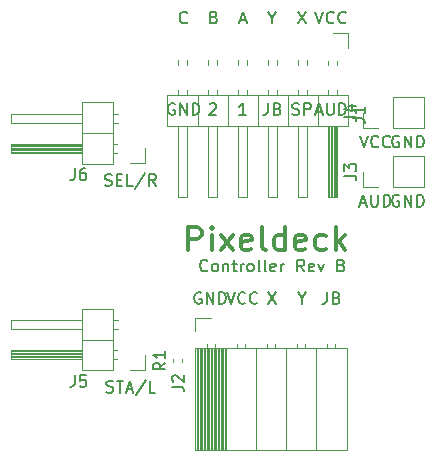
<source format=gbr>
%TF.GenerationSoftware,KiCad,Pcbnew,6.0.11+dfsg-1*%
%TF.CreationDate,2023-02-19T01:13:17+01:00*%
%TF.ProjectId,Controller,436f6e74-726f-46c6-9c65-722e6b696361,rev?*%
%TF.SameCoordinates,Original*%
%TF.FileFunction,Legend,Top*%
%TF.FilePolarity,Positive*%
%FSLAX46Y46*%
G04 Gerber Fmt 4.6, Leading zero omitted, Abs format (unit mm)*
G04 Created by KiCad (PCBNEW 6.0.11+dfsg-1) date 2023-02-19 01:13:17*
%MOMM*%
%LPD*%
G01*
G04 APERTURE LIST*
%ADD10C,0.300000*%
%ADD11C,0.150000*%
%ADD12C,0.200000*%
%ADD13C,0.120000*%
G04 APERTURE END LIST*
D10*
X107880952Y-78654761D02*
X107880952Y-76654761D01*
X108642857Y-76654761D01*
X108833333Y-76750000D01*
X108928571Y-76845238D01*
X109023809Y-77035714D01*
X109023809Y-77321428D01*
X108928571Y-77511904D01*
X108833333Y-77607142D01*
X108642857Y-77702380D01*
X107880952Y-77702380D01*
X109880952Y-78654761D02*
X109880952Y-77321428D01*
X109880952Y-76654761D02*
X109785714Y-76750000D01*
X109880952Y-76845238D01*
X109976190Y-76750000D01*
X109880952Y-76654761D01*
X109880952Y-76845238D01*
X110642857Y-78654761D02*
X111690476Y-77321428D01*
X110642857Y-77321428D02*
X111690476Y-78654761D01*
X113214285Y-78559523D02*
X113023809Y-78654761D01*
X112642857Y-78654761D01*
X112452380Y-78559523D01*
X112357142Y-78369047D01*
X112357142Y-77607142D01*
X112452380Y-77416666D01*
X112642857Y-77321428D01*
X113023809Y-77321428D01*
X113214285Y-77416666D01*
X113309523Y-77607142D01*
X113309523Y-77797619D01*
X112357142Y-77988095D01*
X114452380Y-78654761D02*
X114261904Y-78559523D01*
X114166666Y-78369047D01*
X114166666Y-76654761D01*
X116071428Y-78654761D02*
X116071428Y-76654761D01*
X116071428Y-78559523D02*
X115880952Y-78654761D01*
X115500000Y-78654761D01*
X115309523Y-78559523D01*
X115214285Y-78464285D01*
X115119047Y-78273809D01*
X115119047Y-77702380D01*
X115214285Y-77511904D01*
X115309523Y-77416666D01*
X115500000Y-77321428D01*
X115880952Y-77321428D01*
X116071428Y-77416666D01*
X117785714Y-78559523D02*
X117595238Y-78654761D01*
X117214285Y-78654761D01*
X117023809Y-78559523D01*
X116928571Y-78369047D01*
X116928571Y-77607142D01*
X117023809Y-77416666D01*
X117214285Y-77321428D01*
X117595238Y-77321428D01*
X117785714Y-77416666D01*
X117880952Y-77607142D01*
X117880952Y-77797619D01*
X116928571Y-77988095D01*
X119595238Y-78559523D02*
X119404761Y-78654761D01*
X119023809Y-78654761D01*
X118833333Y-78559523D01*
X118738095Y-78464285D01*
X118642857Y-78273809D01*
X118642857Y-77702380D01*
X118738095Y-77511904D01*
X118833333Y-77416666D01*
X119023809Y-77321428D01*
X119404761Y-77321428D01*
X119595238Y-77416666D01*
X120452380Y-78654761D02*
X120452380Y-76654761D01*
X120642857Y-77892857D02*
X121214285Y-78654761D01*
X121214285Y-77321428D02*
X120452380Y-78083333D01*
D11*
X110071428Y-58928571D02*
X110214285Y-58976190D01*
X110261904Y-59023809D01*
X110309523Y-59119047D01*
X110309523Y-59261904D01*
X110261904Y-59357142D01*
X110214285Y-59404761D01*
X110119047Y-59452380D01*
X109738095Y-59452380D01*
X109738095Y-58452380D01*
X110071428Y-58452380D01*
X110166666Y-58500000D01*
X110214285Y-58547619D01*
X110261904Y-58642857D01*
X110261904Y-58738095D01*
X110214285Y-58833333D01*
X110166666Y-58880952D01*
X110071428Y-58928571D01*
X109738095Y-58928571D01*
X117500000Y-82726190D02*
X117500000Y-83202380D01*
X117166666Y-82202380D02*
X117500000Y-82726190D01*
X117833333Y-82202380D01*
X107809523Y-59357142D02*
X107761904Y-59404761D01*
X107619047Y-59452380D01*
X107523809Y-59452380D01*
X107380952Y-59404761D01*
X107285714Y-59309523D01*
X107238095Y-59214285D01*
X107190476Y-59023809D01*
X107190476Y-58880952D01*
X107238095Y-58690476D01*
X107285714Y-58595238D01*
X107380952Y-58500000D01*
X107523809Y-58452380D01*
X107619047Y-58452380D01*
X107761904Y-58500000D01*
X107809523Y-58547619D01*
X119642857Y-82202380D02*
X119642857Y-82916666D01*
X119595238Y-83059523D01*
X119500000Y-83154761D01*
X119357142Y-83202380D01*
X119261904Y-83202380D01*
X120452380Y-82678571D02*
X120595238Y-82726190D01*
X120642857Y-82773809D01*
X120690476Y-82869047D01*
X120690476Y-83011904D01*
X120642857Y-83107142D01*
X120595238Y-83154761D01*
X120500000Y-83202380D01*
X120119047Y-83202380D01*
X120119047Y-82202380D01*
X120452380Y-82202380D01*
X120547619Y-82250000D01*
X120595238Y-82297619D01*
X120642857Y-82392857D01*
X120642857Y-82488095D01*
X120595238Y-82583333D01*
X120547619Y-82630952D01*
X120452380Y-82678571D01*
X120119047Y-82678571D01*
X106738095Y-66250000D02*
X106642857Y-66202380D01*
X106500000Y-66202380D01*
X106357142Y-66250000D01*
X106261904Y-66345238D01*
X106214285Y-66440476D01*
X106166666Y-66630952D01*
X106166666Y-66773809D01*
X106214285Y-66964285D01*
X106261904Y-67059523D01*
X106357142Y-67154761D01*
X106500000Y-67202380D01*
X106595238Y-67202380D01*
X106738095Y-67154761D01*
X106785714Y-67107142D01*
X106785714Y-66773809D01*
X106595238Y-66773809D01*
X107214285Y-67202380D02*
X107214285Y-66202380D01*
X107785714Y-67202380D01*
X107785714Y-66202380D01*
X108261904Y-67202380D02*
X108261904Y-66202380D01*
X108500000Y-66202380D01*
X108642857Y-66250000D01*
X108738095Y-66345238D01*
X108785714Y-66440476D01*
X108833333Y-66630952D01*
X108833333Y-66773809D01*
X108785714Y-66964285D01*
X108738095Y-67059523D01*
X108642857Y-67154761D01*
X108500000Y-67202380D01*
X108261904Y-67202380D01*
X118738095Y-66916666D02*
X119214285Y-66916666D01*
X118642857Y-67202380D02*
X118976190Y-66202380D01*
X119309523Y-67202380D01*
X119642857Y-66202380D02*
X119642857Y-67011904D01*
X119690476Y-67107142D01*
X119738095Y-67154761D01*
X119833333Y-67202380D01*
X120023809Y-67202380D01*
X120119047Y-67154761D01*
X120166666Y-67107142D01*
X120214285Y-67011904D01*
X120214285Y-66202380D01*
X120690476Y-67202380D02*
X120690476Y-66202380D01*
X120928571Y-66202380D01*
X121071428Y-66250000D01*
X121166666Y-66345238D01*
X121214285Y-66440476D01*
X121261904Y-66630952D01*
X121261904Y-66773809D01*
X121214285Y-66964285D01*
X121166666Y-67059523D01*
X121071428Y-67154761D01*
X120928571Y-67202380D01*
X120690476Y-67202380D01*
X114666666Y-82202380D02*
X115333333Y-83202380D01*
X115333333Y-82202380D02*
X114666666Y-83202380D01*
X100833333Y-73154761D02*
X100976190Y-73202380D01*
X101214285Y-73202380D01*
X101309523Y-73154761D01*
X101357142Y-73107142D01*
X101404761Y-73011904D01*
X101404761Y-72916666D01*
X101357142Y-72821428D01*
X101309523Y-72773809D01*
X101214285Y-72726190D01*
X101023809Y-72678571D01*
X100928571Y-72630952D01*
X100880952Y-72583333D01*
X100833333Y-72488095D01*
X100833333Y-72392857D01*
X100880952Y-72297619D01*
X100928571Y-72250000D01*
X101023809Y-72202380D01*
X101261904Y-72202380D01*
X101404761Y-72250000D01*
X101833333Y-72678571D02*
X102166666Y-72678571D01*
X102309523Y-73202380D02*
X101833333Y-73202380D01*
X101833333Y-72202380D01*
X102309523Y-72202380D01*
X103214285Y-73202380D02*
X102738095Y-73202380D01*
X102738095Y-72202380D01*
X104261904Y-72154761D02*
X103404761Y-73440476D01*
X105166666Y-73202380D02*
X104833333Y-72726190D01*
X104595238Y-73202380D02*
X104595238Y-72202380D01*
X104976190Y-72202380D01*
X105071428Y-72250000D01*
X105119047Y-72297619D01*
X105166666Y-72392857D01*
X105166666Y-72535714D01*
X105119047Y-72630952D01*
X105071428Y-72678571D01*
X104976190Y-72726190D01*
X104595238Y-72726190D01*
X112785714Y-67202380D02*
X112214285Y-67202380D01*
X112500000Y-67202380D02*
X112500000Y-66202380D01*
X112404761Y-66345238D01*
X112309523Y-66440476D01*
X112214285Y-66488095D01*
X109714285Y-66297619D02*
X109761904Y-66250000D01*
X109857142Y-66202380D01*
X110095238Y-66202380D01*
X110190476Y-66250000D01*
X110238095Y-66297619D01*
X110285714Y-66392857D01*
X110285714Y-66488095D01*
X110238095Y-66630952D01*
X109666666Y-67202380D01*
X110285714Y-67202380D01*
X125738095Y-69000000D02*
X125642857Y-68952380D01*
X125500000Y-68952380D01*
X125357142Y-69000000D01*
X125261904Y-69095238D01*
X125214285Y-69190476D01*
X125166666Y-69380952D01*
X125166666Y-69523809D01*
X125214285Y-69714285D01*
X125261904Y-69809523D01*
X125357142Y-69904761D01*
X125500000Y-69952380D01*
X125595238Y-69952380D01*
X125738095Y-69904761D01*
X125785714Y-69857142D01*
X125785714Y-69523809D01*
X125595238Y-69523809D01*
X126214285Y-69952380D02*
X126214285Y-68952380D01*
X126785714Y-69952380D01*
X126785714Y-68952380D01*
X127261904Y-69952380D02*
X127261904Y-68952380D01*
X127500000Y-68952380D01*
X127642857Y-69000000D01*
X127738095Y-69095238D01*
X127785714Y-69190476D01*
X127833333Y-69380952D01*
X127833333Y-69523809D01*
X127785714Y-69714285D01*
X127738095Y-69809523D01*
X127642857Y-69904761D01*
X127500000Y-69952380D01*
X127261904Y-69952380D01*
X100976190Y-90654761D02*
X101119047Y-90702380D01*
X101357142Y-90702380D01*
X101452380Y-90654761D01*
X101500000Y-90607142D01*
X101547619Y-90511904D01*
X101547619Y-90416666D01*
X101500000Y-90321428D01*
X101452380Y-90273809D01*
X101357142Y-90226190D01*
X101166666Y-90178571D01*
X101071428Y-90130952D01*
X101023809Y-90083333D01*
X100976190Y-89988095D01*
X100976190Y-89892857D01*
X101023809Y-89797619D01*
X101071428Y-89750000D01*
X101166666Y-89702380D01*
X101404761Y-89702380D01*
X101547619Y-89750000D01*
X101833333Y-89702380D02*
X102404761Y-89702380D01*
X102119047Y-90702380D02*
X102119047Y-89702380D01*
X102690476Y-90416666D02*
X103166666Y-90416666D01*
X102595238Y-90702380D02*
X102928571Y-89702380D01*
X103261904Y-90702380D01*
X104309523Y-89654761D02*
X103452380Y-90940476D01*
X105119047Y-90702380D02*
X104642857Y-90702380D01*
X104642857Y-89702380D01*
X112261904Y-59166666D02*
X112738095Y-59166666D01*
X112166666Y-59452380D02*
X112500000Y-58452380D01*
X112833333Y-59452380D01*
X122416666Y-68952380D02*
X122750000Y-69952380D01*
X123083333Y-68952380D01*
X123988095Y-69857142D02*
X123940476Y-69904761D01*
X123797619Y-69952380D01*
X123702380Y-69952380D01*
X123559523Y-69904761D01*
X123464285Y-69809523D01*
X123416666Y-69714285D01*
X123369047Y-69523809D01*
X123369047Y-69380952D01*
X123416666Y-69190476D01*
X123464285Y-69095238D01*
X123559523Y-69000000D01*
X123702380Y-68952380D01*
X123797619Y-68952380D01*
X123940476Y-69000000D01*
X123988095Y-69047619D01*
X124988095Y-69857142D02*
X124940476Y-69904761D01*
X124797619Y-69952380D01*
X124702380Y-69952380D01*
X124559523Y-69904761D01*
X124464285Y-69809523D01*
X124416666Y-69714285D01*
X124369047Y-69523809D01*
X124369047Y-69380952D01*
X124416666Y-69190476D01*
X124464285Y-69095238D01*
X124559523Y-69000000D01*
X124702380Y-68952380D01*
X124797619Y-68952380D01*
X124940476Y-69000000D01*
X124988095Y-69047619D01*
X111166666Y-82202380D02*
X111500000Y-83202380D01*
X111833333Y-82202380D01*
X112738095Y-83107142D02*
X112690476Y-83154761D01*
X112547619Y-83202380D01*
X112452380Y-83202380D01*
X112309523Y-83154761D01*
X112214285Y-83059523D01*
X112166666Y-82964285D01*
X112119047Y-82773809D01*
X112119047Y-82630952D01*
X112166666Y-82440476D01*
X112214285Y-82345238D01*
X112309523Y-82250000D01*
X112452380Y-82202380D01*
X112547619Y-82202380D01*
X112690476Y-82250000D01*
X112738095Y-82297619D01*
X113738095Y-83107142D02*
X113690476Y-83154761D01*
X113547619Y-83202380D01*
X113452380Y-83202380D01*
X113309523Y-83154761D01*
X113214285Y-83059523D01*
X113166666Y-82964285D01*
X113119047Y-82773809D01*
X113119047Y-82630952D01*
X113166666Y-82440476D01*
X113214285Y-82345238D01*
X113309523Y-82250000D01*
X113452380Y-82202380D01*
X113547619Y-82202380D01*
X113690476Y-82250000D01*
X113738095Y-82297619D01*
X125738095Y-74000000D02*
X125642857Y-73952380D01*
X125500000Y-73952380D01*
X125357142Y-74000000D01*
X125261904Y-74095238D01*
X125214285Y-74190476D01*
X125166666Y-74380952D01*
X125166666Y-74523809D01*
X125214285Y-74714285D01*
X125261904Y-74809523D01*
X125357142Y-74904761D01*
X125500000Y-74952380D01*
X125595238Y-74952380D01*
X125738095Y-74904761D01*
X125785714Y-74857142D01*
X125785714Y-74523809D01*
X125595238Y-74523809D01*
X126214285Y-74952380D02*
X126214285Y-73952380D01*
X126785714Y-74952380D01*
X126785714Y-73952380D01*
X127261904Y-74952380D02*
X127261904Y-73952380D01*
X127500000Y-73952380D01*
X127642857Y-74000000D01*
X127738095Y-74095238D01*
X127785714Y-74190476D01*
X127833333Y-74380952D01*
X127833333Y-74523809D01*
X127785714Y-74714285D01*
X127738095Y-74809523D01*
X127642857Y-74904761D01*
X127500000Y-74952380D01*
X127261904Y-74952380D01*
X118666666Y-58452380D02*
X119000000Y-59452380D01*
X119333333Y-58452380D01*
X120238095Y-59357142D02*
X120190476Y-59404761D01*
X120047619Y-59452380D01*
X119952380Y-59452380D01*
X119809523Y-59404761D01*
X119714285Y-59309523D01*
X119666666Y-59214285D01*
X119619047Y-59023809D01*
X119619047Y-58880952D01*
X119666666Y-58690476D01*
X119714285Y-58595238D01*
X119809523Y-58500000D01*
X119952380Y-58452380D01*
X120047619Y-58452380D01*
X120190476Y-58500000D01*
X120238095Y-58547619D01*
X121238095Y-59357142D02*
X121190476Y-59404761D01*
X121047619Y-59452380D01*
X120952380Y-59452380D01*
X120809523Y-59404761D01*
X120714285Y-59309523D01*
X120666666Y-59214285D01*
X120619047Y-59023809D01*
X120619047Y-58880952D01*
X120666666Y-58690476D01*
X120714285Y-58595238D01*
X120809523Y-58500000D01*
X120952380Y-58452380D01*
X121047619Y-58452380D01*
X121190476Y-58500000D01*
X121238095Y-58547619D01*
D12*
X109523809Y-80357142D02*
X109476190Y-80404761D01*
X109333333Y-80452380D01*
X109238095Y-80452380D01*
X109095238Y-80404761D01*
X109000000Y-80309523D01*
X108952380Y-80214285D01*
X108904761Y-80023809D01*
X108904761Y-79880952D01*
X108952380Y-79690476D01*
X109000000Y-79595238D01*
X109095238Y-79500000D01*
X109238095Y-79452380D01*
X109333333Y-79452380D01*
X109476190Y-79500000D01*
X109523809Y-79547619D01*
X110095238Y-80452380D02*
X110000000Y-80404761D01*
X109952380Y-80357142D01*
X109904761Y-80261904D01*
X109904761Y-79976190D01*
X109952380Y-79880952D01*
X110000000Y-79833333D01*
X110095238Y-79785714D01*
X110238095Y-79785714D01*
X110333333Y-79833333D01*
X110380952Y-79880952D01*
X110428571Y-79976190D01*
X110428571Y-80261904D01*
X110380952Y-80357142D01*
X110333333Y-80404761D01*
X110238095Y-80452380D01*
X110095238Y-80452380D01*
X110857142Y-79785714D02*
X110857142Y-80452380D01*
X110857142Y-79880952D02*
X110904761Y-79833333D01*
X111000000Y-79785714D01*
X111142857Y-79785714D01*
X111238095Y-79833333D01*
X111285714Y-79928571D01*
X111285714Y-80452380D01*
X111619047Y-79785714D02*
X112000000Y-79785714D01*
X111761904Y-79452380D02*
X111761904Y-80309523D01*
X111809523Y-80404761D01*
X111904761Y-80452380D01*
X112000000Y-80452380D01*
X112333333Y-80452380D02*
X112333333Y-79785714D01*
X112333333Y-79976190D02*
X112380952Y-79880952D01*
X112428571Y-79833333D01*
X112523809Y-79785714D01*
X112619047Y-79785714D01*
X113095238Y-80452380D02*
X113000000Y-80404761D01*
X112952380Y-80357142D01*
X112904761Y-80261904D01*
X112904761Y-79976190D01*
X112952380Y-79880952D01*
X113000000Y-79833333D01*
X113095238Y-79785714D01*
X113238095Y-79785714D01*
X113333333Y-79833333D01*
X113380952Y-79880952D01*
X113428571Y-79976190D01*
X113428571Y-80261904D01*
X113380952Y-80357142D01*
X113333333Y-80404761D01*
X113238095Y-80452380D01*
X113095238Y-80452380D01*
X114000000Y-80452380D02*
X113904761Y-80404761D01*
X113857142Y-80309523D01*
X113857142Y-79452380D01*
X114523809Y-80452380D02*
X114428571Y-80404761D01*
X114380952Y-80309523D01*
X114380952Y-79452380D01*
X115285714Y-80404761D02*
X115190476Y-80452380D01*
X115000000Y-80452380D01*
X114904761Y-80404761D01*
X114857142Y-80309523D01*
X114857142Y-79928571D01*
X114904761Y-79833333D01*
X115000000Y-79785714D01*
X115190476Y-79785714D01*
X115285714Y-79833333D01*
X115333333Y-79928571D01*
X115333333Y-80023809D01*
X114857142Y-80119047D01*
X115761904Y-80452380D02*
X115761904Y-79785714D01*
X115761904Y-79976190D02*
X115809523Y-79880952D01*
X115857142Y-79833333D01*
X115952380Y-79785714D01*
X116047619Y-79785714D01*
X117714285Y-80452380D02*
X117380952Y-79976190D01*
X117142857Y-80452380D02*
X117142857Y-79452380D01*
X117523809Y-79452380D01*
X117619047Y-79500000D01*
X117666666Y-79547619D01*
X117714285Y-79642857D01*
X117714285Y-79785714D01*
X117666666Y-79880952D01*
X117619047Y-79928571D01*
X117523809Y-79976190D01*
X117142857Y-79976190D01*
X118523809Y-80404761D02*
X118428571Y-80452380D01*
X118238095Y-80452380D01*
X118142857Y-80404761D01*
X118095238Y-80309523D01*
X118095238Y-79928571D01*
X118142857Y-79833333D01*
X118238095Y-79785714D01*
X118428571Y-79785714D01*
X118523809Y-79833333D01*
X118571428Y-79928571D01*
X118571428Y-80023809D01*
X118095238Y-80119047D01*
X118904761Y-79785714D02*
X119142857Y-80452380D01*
X119380952Y-79785714D01*
X120857142Y-79928571D02*
X121000000Y-79976190D01*
X121047619Y-80023809D01*
X121095238Y-80119047D01*
X121095238Y-80261904D01*
X121047619Y-80357142D01*
X121000000Y-80404761D01*
X120904761Y-80452380D01*
X120523809Y-80452380D01*
X120523809Y-79452380D01*
X120857142Y-79452380D01*
X120952380Y-79500000D01*
X121000000Y-79547619D01*
X121047619Y-79642857D01*
X121047619Y-79738095D01*
X121000000Y-79833333D01*
X120952380Y-79880952D01*
X120857142Y-79928571D01*
X120523809Y-79928571D01*
D11*
X116714285Y-67154761D02*
X116857142Y-67202380D01*
X117095238Y-67202380D01*
X117190476Y-67154761D01*
X117238095Y-67107142D01*
X117285714Y-67011904D01*
X117285714Y-66916666D01*
X117238095Y-66821428D01*
X117190476Y-66773809D01*
X117095238Y-66726190D01*
X116904761Y-66678571D01*
X116809523Y-66630952D01*
X116761904Y-66583333D01*
X116714285Y-66488095D01*
X116714285Y-66392857D01*
X116761904Y-66297619D01*
X116809523Y-66250000D01*
X116904761Y-66202380D01*
X117142857Y-66202380D01*
X117285714Y-66250000D01*
X117714285Y-67202380D02*
X117714285Y-66202380D01*
X118095238Y-66202380D01*
X118190476Y-66250000D01*
X118238095Y-66297619D01*
X118285714Y-66392857D01*
X118285714Y-66535714D01*
X118238095Y-66630952D01*
X118190476Y-66678571D01*
X118095238Y-66726190D01*
X117714285Y-66726190D01*
X117166666Y-58452380D02*
X117833333Y-59452380D01*
X117833333Y-58452380D02*
X117166666Y-59452380D01*
X122488095Y-74666666D02*
X122964285Y-74666666D01*
X122392857Y-74952380D02*
X122726190Y-73952380D01*
X123059523Y-74952380D01*
X123392857Y-73952380D02*
X123392857Y-74761904D01*
X123440476Y-74857142D01*
X123488095Y-74904761D01*
X123583333Y-74952380D01*
X123773809Y-74952380D01*
X123869047Y-74904761D01*
X123916666Y-74857142D01*
X123964285Y-74761904D01*
X123964285Y-73952380D01*
X124440476Y-74952380D02*
X124440476Y-73952380D01*
X124678571Y-73952380D01*
X124821428Y-74000000D01*
X124916666Y-74095238D01*
X124964285Y-74190476D01*
X125011904Y-74380952D01*
X125011904Y-74523809D01*
X124964285Y-74714285D01*
X124916666Y-74809523D01*
X124821428Y-74904761D01*
X124678571Y-74952380D01*
X124440476Y-74952380D01*
X115000000Y-58976190D02*
X115000000Y-59452380D01*
X114666666Y-58452380D02*
X115000000Y-58976190D01*
X115333333Y-58452380D01*
X114642857Y-66202380D02*
X114642857Y-66916666D01*
X114595238Y-67059523D01*
X114500000Y-67154761D01*
X114357142Y-67202380D01*
X114261904Y-67202380D01*
X115452380Y-66678571D02*
X115595238Y-66726190D01*
X115642857Y-66773809D01*
X115690476Y-66869047D01*
X115690476Y-67011904D01*
X115642857Y-67107142D01*
X115595238Y-67154761D01*
X115500000Y-67202380D01*
X115119047Y-67202380D01*
X115119047Y-66202380D01*
X115452380Y-66202380D01*
X115547619Y-66250000D01*
X115595238Y-66297619D01*
X115642857Y-66392857D01*
X115642857Y-66488095D01*
X115595238Y-66583333D01*
X115547619Y-66630952D01*
X115452380Y-66678571D01*
X115119047Y-66678571D01*
X108988095Y-82250000D02*
X108892857Y-82202380D01*
X108750000Y-82202380D01*
X108607142Y-82250000D01*
X108511904Y-82345238D01*
X108464285Y-82440476D01*
X108416666Y-82630952D01*
X108416666Y-82773809D01*
X108464285Y-82964285D01*
X108511904Y-83059523D01*
X108607142Y-83154761D01*
X108750000Y-83202380D01*
X108845238Y-83202380D01*
X108988095Y-83154761D01*
X109035714Y-83107142D01*
X109035714Y-82773809D01*
X108845238Y-82773809D01*
X109464285Y-83202380D02*
X109464285Y-82202380D01*
X110035714Y-83202380D01*
X110035714Y-82202380D01*
X110511904Y-83202380D02*
X110511904Y-82202380D01*
X110750000Y-82202380D01*
X110892857Y-82250000D01*
X110988095Y-82345238D01*
X111035714Y-82440476D01*
X111083333Y-82630952D01*
X111083333Y-82773809D01*
X111035714Y-82964285D01*
X110988095Y-83059523D01*
X110892857Y-83154761D01*
X110750000Y-83202380D01*
X110511904Y-83202380D01*
%TO.C,J1*%
X121842380Y-67488333D02*
X122556666Y-67488333D01*
X122699523Y-67535952D01*
X122794761Y-67631190D01*
X122842380Y-67774047D01*
X122842380Y-67869285D01*
X122842380Y-66488333D02*
X122842380Y-67059761D01*
X122842380Y-66774047D02*
X121842380Y-66774047D01*
X121985238Y-66869285D01*
X122080476Y-66964523D01*
X122128095Y-67059761D01*
%TO.C,J3*%
X121122380Y-72333333D02*
X121836666Y-72333333D01*
X121979523Y-72380952D01*
X122074761Y-72476190D01*
X122122380Y-72619047D01*
X122122380Y-72714285D01*
X121122380Y-71952380D02*
X121122380Y-71333333D01*
X121503333Y-71666666D01*
X121503333Y-71523809D01*
X121550952Y-71428571D01*
X121598571Y-71380952D01*
X121693809Y-71333333D01*
X121931904Y-71333333D01*
X122027142Y-71380952D01*
X122074761Y-71428571D01*
X122122380Y-71523809D01*
X122122380Y-71809523D01*
X122074761Y-71904761D01*
X122027142Y-71952380D01*
%TO.C,J4*%
X121122380Y-67333333D02*
X121836666Y-67333333D01*
X121979523Y-67380952D01*
X122074761Y-67476190D01*
X122122380Y-67619047D01*
X122122380Y-67714285D01*
X121455714Y-66428571D02*
X122122380Y-66428571D01*
X121074761Y-66666666D02*
X121789047Y-66904761D01*
X121789047Y-66285714D01*
%TO.C,J6*%
X98281666Y-71722380D02*
X98281666Y-72436666D01*
X98234047Y-72579523D01*
X98138809Y-72674761D01*
X97995952Y-72722380D01*
X97900714Y-72722380D01*
X99186428Y-71722380D02*
X98995952Y-71722380D01*
X98900714Y-71770000D01*
X98853095Y-71817619D01*
X98757857Y-71960476D01*
X98710238Y-72150952D01*
X98710238Y-72531904D01*
X98757857Y-72627142D01*
X98805476Y-72674761D01*
X98900714Y-72722380D01*
X99091190Y-72722380D01*
X99186428Y-72674761D01*
X99234047Y-72627142D01*
X99281666Y-72531904D01*
X99281666Y-72293809D01*
X99234047Y-72198571D01*
X99186428Y-72150952D01*
X99091190Y-72103333D01*
X98900714Y-72103333D01*
X98805476Y-72150952D01*
X98757857Y-72198571D01*
X98710238Y-72293809D01*
%TO.C,J5*%
X98281666Y-89222380D02*
X98281666Y-89936666D01*
X98234047Y-90079523D01*
X98138809Y-90174761D01*
X97995952Y-90222380D01*
X97900714Y-90222380D01*
X99234047Y-89222380D02*
X98757857Y-89222380D01*
X98710238Y-89698571D01*
X98757857Y-89650952D01*
X98853095Y-89603333D01*
X99091190Y-89603333D01*
X99186428Y-89650952D01*
X99234047Y-89698571D01*
X99281666Y-89793809D01*
X99281666Y-90031904D01*
X99234047Y-90127142D01*
X99186428Y-90174761D01*
X99091190Y-90222380D01*
X98853095Y-90222380D01*
X98757857Y-90174761D01*
X98710238Y-90127142D01*
%TO.C,R1*%
X105952380Y-88166666D02*
X105476190Y-88500000D01*
X105952380Y-88738095D02*
X104952380Y-88738095D01*
X104952380Y-88357142D01*
X105000000Y-88261904D01*
X105047619Y-88214285D01*
X105142857Y-88166666D01*
X105285714Y-88166666D01*
X105380952Y-88214285D01*
X105428571Y-88261904D01*
X105476190Y-88357142D01*
X105476190Y-88738095D01*
X105952380Y-87214285D02*
X105952380Y-87785714D01*
X105952380Y-87500000D02*
X104952380Y-87500000D01*
X105095238Y-87595238D01*
X105190476Y-87690476D01*
X105238095Y-87785714D01*
%TO.C,J2*%
X106522380Y-90213333D02*
X107236666Y-90213333D01*
X107379523Y-90260952D01*
X107474761Y-90356190D01*
X107522380Y-90499047D01*
X107522380Y-90594285D01*
X106617619Y-89784761D02*
X106570000Y-89737142D01*
X106522380Y-89641904D01*
X106522380Y-89403809D01*
X106570000Y-89308571D01*
X106617619Y-89260952D01*
X106712857Y-89213333D01*
X106808095Y-89213333D01*
X106950952Y-89260952D01*
X107522380Y-89832380D01*
X107522380Y-89213333D01*
D13*
%TO.C,J1*%
X117960000Y-68140000D02*
X117960000Y-74140000D01*
X112880000Y-65082929D02*
X112880000Y-65480000D01*
X121450000Y-65480000D02*
X106090000Y-65480000D01*
X110340000Y-62542929D02*
X110340000Y-62997071D01*
X109580000Y-74140000D02*
X109580000Y-68140000D01*
X110340000Y-68140000D02*
X110340000Y-74140000D01*
X120440000Y-68140000D02*
X120440000Y-74140000D01*
X106090000Y-68140000D02*
X121450000Y-68140000D01*
X106090000Y-65480000D02*
X106090000Y-68140000D01*
X120500000Y-68140000D02*
X120500000Y-74140000D01*
X109580000Y-62542929D02*
X109580000Y-62997071D01*
X115420000Y-62542929D02*
X115420000Y-62997071D01*
X115420000Y-68140000D02*
X115420000Y-74140000D01*
X120500000Y-62610000D02*
X120500000Y-62997071D01*
X117960000Y-65082929D02*
X117960000Y-65480000D01*
X119740000Y-65082929D02*
X119740000Y-65480000D01*
X107800000Y-68140000D02*
X107800000Y-74140000D01*
X114660000Y-62542929D02*
X114660000Y-62997071D01*
X110340000Y-74140000D02*
X109580000Y-74140000D01*
X120500000Y-74140000D02*
X119740000Y-74140000D01*
X120200000Y-68140000D02*
X120200000Y-74140000D01*
X121390000Y-60230000D02*
X121390000Y-61500000D01*
X112880000Y-68140000D02*
X112880000Y-74140000D01*
X107040000Y-65082929D02*
X107040000Y-65480000D01*
X113770000Y-65480000D02*
X113770000Y-68140000D01*
X121450000Y-68140000D02*
X121450000Y-65480000D01*
X112120000Y-74140000D02*
X112120000Y-68140000D01*
X117200000Y-62542929D02*
X117200000Y-62997071D01*
X120120000Y-60230000D02*
X121390000Y-60230000D01*
X111230000Y-65480000D02*
X111230000Y-68140000D01*
X107800000Y-62542929D02*
X107800000Y-62997071D01*
X110340000Y-65082929D02*
X110340000Y-65480000D01*
X114660000Y-65082929D02*
X114660000Y-65480000D01*
X120320000Y-68140000D02*
X120320000Y-74140000D01*
X120500000Y-65082929D02*
X120500000Y-65480000D01*
X117960000Y-62542929D02*
X117960000Y-62997071D01*
X112120000Y-62542929D02*
X112120000Y-62997071D01*
X120080000Y-68140000D02*
X120080000Y-74140000D01*
X107040000Y-74140000D02*
X107040000Y-68140000D01*
X117960000Y-74140000D02*
X117200000Y-74140000D01*
X115420000Y-65082929D02*
X115420000Y-65480000D01*
X118850000Y-65480000D02*
X118850000Y-68140000D01*
X117200000Y-74140000D02*
X117200000Y-68140000D01*
X112880000Y-62542929D02*
X112880000Y-62997071D01*
X112120000Y-65082929D02*
X112120000Y-65480000D01*
X115420000Y-74140000D02*
X114660000Y-74140000D01*
X112880000Y-74140000D02*
X112120000Y-74140000D01*
X119740000Y-62610000D02*
X119740000Y-62997071D01*
X117200000Y-65082929D02*
X117200000Y-65480000D01*
X107800000Y-74140000D02*
X107040000Y-74140000D01*
X119840000Y-68140000D02*
X119840000Y-74140000D01*
X109580000Y-65082929D02*
X109580000Y-65480000D01*
X108690000Y-65480000D02*
X108690000Y-68140000D01*
X119740000Y-74140000D02*
X119740000Y-68140000D01*
X107040000Y-62542929D02*
X107040000Y-62997071D01*
X114660000Y-74140000D02*
X114660000Y-68140000D01*
X116310000Y-65480000D02*
X116310000Y-68140000D01*
X119960000Y-68140000D02*
X119960000Y-74140000D01*
X107800000Y-65082929D02*
X107800000Y-65480000D01*
%TO.C,J3*%
X122670000Y-73330000D02*
X122670000Y-72000000D01*
X125270000Y-73330000D02*
X127870000Y-73330000D01*
X127870000Y-73330000D02*
X127870000Y-70670000D01*
X124000000Y-73330000D02*
X122670000Y-73330000D01*
X125270000Y-73330000D02*
X125270000Y-70670000D01*
X125270000Y-70670000D02*
X127870000Y-70670000D01*
%TO.C,J4*%
X125270000Y-68330000D02*
X127870000Y-68330000D01*
X125270000Y-68330000D02*
X125270000Y-65670000D01*
X127870000Y-68330000D02*
X127870000Y-65670000D01*
X122670000Y-68330000D02*
X122670000Y-67000000D01*
X124000000Y-68330000D02*
X122670000Y-68330000D01*
X125270000Y-65670000D02*
X127870000Y-65670000D01*
%TO.C,J6*%
X98900000Y-69720000D02*
X92900000Y-69720000D01*
X101560000Y-68730000D02*
X98900000Y-68730000D01*
X101957071Y-67080000D02*
X101560000Y-67080000D01*
X101560000Y-71330000D02*
X101560000Y-66130000D01*
X98900000Y-66130000D02*
X98900000Y-71330000D01*
X98900000Y-71330000D02*
X101560000Y-71330000D01*
X92900000Y-70380000D02*
X92900000Y-69620000D01*
X98900000Y-70380000D02*
X92900000Y-70380000D01*
X101890000Y-70380000D02*
X101560000Y-70380000D01*
X101560000Y-66130000D02*
X98900000Y-66130000D01*
X92900000Y-67080000D02*
X98900000Y-67080000D01*
X98900000Y-70200000D02*
X92900000Y-70200000D01*
X101957071Y-67840000D02*
X101560000Y-67840000D01*
X104270000Y-71270000D02*
X103000000Y-71270000D01*
X98900000Y-69840000D02*
X92900000Y-69840000D01*
X92900000Y-67840000D02*
X92900000Y-67080000D01*
X98900000Y-70320000D02*
X92900000Y-70320000D01*
X98900000Y-70080000D02*
X92900000Y-70080000D01*
X98900000Y-67840000D02*
X92900000Y-67840000D01*
X98900000Y-69960000D02*
X92900000Y-69960000D01*
X104270000Y-70000000D02*
X104270000Y-71270000D01*
X92900000Y-69620000D02*
X98900000Y-69620000D01*
X101890000Y-69620000D02*
X101560000Y-69620000D01*
%TO.C,J5*%
X98900000Y-87880000D02*
X92900000Y-87880000D01*
X98900000Y-83630000D02*
X98900000Y-88830000D01*
X92900000Y-87880000D02*
X92900000Y-87120000D01*
X98900000Y-87820000D02*
X92900000Y-87820000D01*
X98900000Y-87340000D02*
X92900000Y-87340000D01*
X104270000Y-88770000D02*
X103000000Y-88770000D01*
X101890000Y-87880000D02*
X101560000Y-87880000D01*
X101957071Y-85340000D02*
X101560000Y-85340000D01*
X98900000Y-87460000D02*
X92900000Y-87460000D01*
X98900000Y-87700000D02*
X92900000Y-87700000D01*
X92900000Y-84580000D02*
X98900000Y-84580000D01*
X101560000Y-83630000D02*
X98900000Y-83630000D01*
X101560000Y-88830000D02*
X101560000Y-83630000D01*
X101560000Y-86230000D02*
X98900000Y-86230000D01*
X98900000Y-85340000D02*
X92900000Y-85340000D01*
X98900000Y-87220000D02*
X92900000Y-87220000D01*
X92900000Y-85340000D02*
X92900000Y-84580000D01*
X101957071Y-84580000D02*
X101560000Y-84580000D01*
X104270000Y-87500000D02*
X104270000Y-88770000D01*
X98900000Y-87580000D02*
X92900000Y-87580000D01*
X92900000Y-87120000D02*
X98900000Y-87120000D01*
X101890000Y-87120000D02*
X101560000Y-87120000D01*
X98900000Y-88830000D02*
X101560000Y-88830000D01*
%TO.C,R1*%
X107380000Y-87836359D02*
X107380000Y-88143641D01*
X106620000Y-87836359D02*
X106620000Y-88143641D01*
%TO.C,J2*%
X109480000Y-86960000D02*
X109480000Y-86610000D01*
X109692855Y-95590000D02*
X109692855Y-86960000D01*
X110519520Y-95590000D02*
X110519520Y-86960000D01*
X117100000Y-86960000D02*
X117100000Y-86550000D01*
X111110000Y-95590000D02*
X111110000Y-86960000D01*
X108510000Y-95590000D02*
X121330000Y-95590000D01*
X112020000Y-86960000D02*
X112020000Y-86550000D01*
X109929045Y-95590000D02*
X109929045Y-86960000D01*
X116190000Y-95590000D02*
X116190000Y-86960000D01*
X119640000Y-86960000D02*
X119640000Y-86550000D01*
X114560000Y-86960000D02*
X114560000Y-86550000D01*
X110165235Y-95590000D02*
X110165235Y-86960000D01*
X120360000Y-86960000D02*
X120360000Y-86550000D01*
X115280000Y-86960000D02*
X115280000Y-86550000D01*
X112740000Y-86960000D02*
X112740000Y-86550000D01*
X109574760Y-95590000D02*
X109574760Y-86960000D01*
X108510000Y-85500000D02*
X108510000Y-84390000D01*
X108748095Y-95590000D02*
X108748095Y-86960000D01*
X110200000Y-86960000D02*
X110200000Y-86610000D01*
X117820000Y-86960000D02*
X117820000Y-86550000D01*
X108510000Y-95590000D02*
X108510000Y-86960000D01*
X113650000Y-95590000D02*
X113650000Y-86960000D01*
X110401425Y-95590000D02*
X110401425Y-86960000D01*
X109810950Y-95590000D02*
X109810950Y-86960000D01*
X109456665Y-95590000D02*
X109456665Y-86960000D01*
X108630000Y-95590000D02*
X108630000Y-86960000D01*
X110873805Y-95590000D02*
X110873805Y-86960000D01*
X110755710Y-95590000D02*
X110755710Y-86960000D01*
X110283330Y-95590000D02*
X110283330Y-86960000D01*
X108984285Y-95590000D02*
X108984285Y-86960000D01*
X108866190Y-95590000D02*
X108866190Y-86960000D01*
X110637615Y-95590000D02*
X110637615Y-86960000D01*
X109220475Y-95590000D02*
X109220475Y-86960000D01*
X108510000Y-84390000D02*
X109840000Y-84390000D01*
X109102380Y-95590000D02*
X109102380Y-86960000D01*
X118730000Y-95590000D02*
X118730000Y-86960000D01*
X110047140Y-95590000D02*
X110047140Y-86960000D01*
X110991900Y-95590000D02*
X110991900Y-86960000D01*
X109338570Y-95590000D02*
X109338570Y-86960000D01*
X108510000Y-86960000D02*
X121330000Y-86960000D01*
X121330000Y-95590000D02*
X121330000Y-86960000D01*
%TD*%
M02*

</source>
